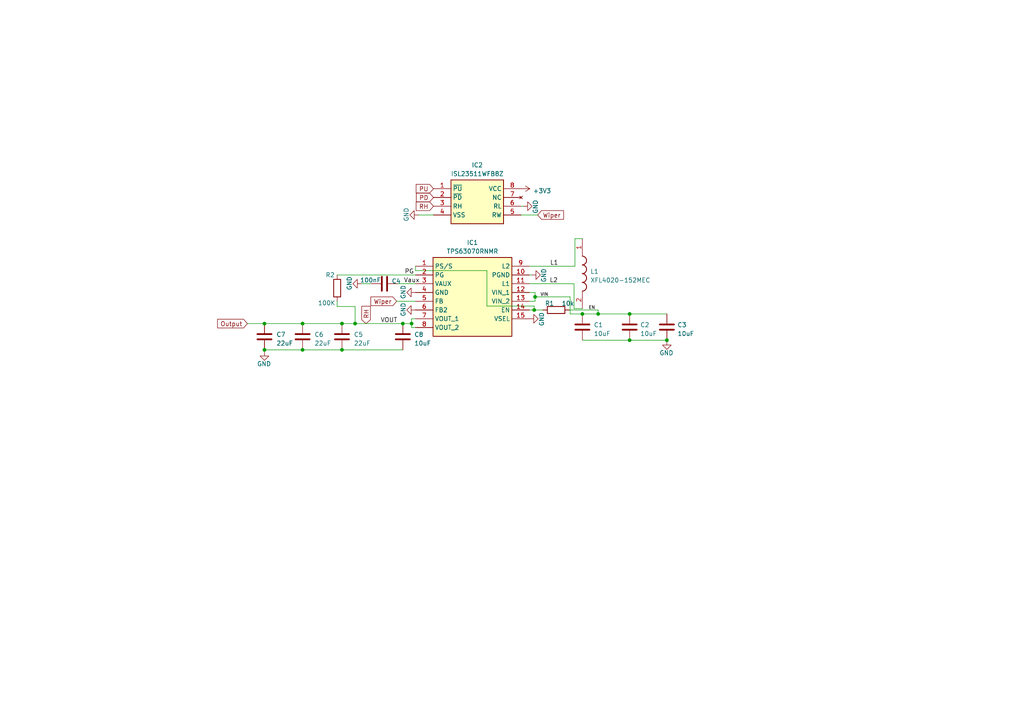
<source format=kicad_sch>
(kicad_sch (version 20230121) (generator eeschema)
  (paper "A4")
  (lib_symbols
    (symbol "Custom_eric:ISL23511WFB8Z"
      (property "Reference" "IC" (at 21.59 7.62 0))
      (property "Value" "ISL23511WFB8Z" (at 21.59 5.08 0))
      (symbol "ISL23511WFB8Z_1_1"
        (rectangle (start 5.08 2.54) (end 20.32 -10.16) (stroke (width 0.254)) (fill (type background)))
        (pin passive line (at 0 0 0) (length 5.08) (name "~{PU}") (number "1"))
        (pin passive line (at 0 -2.54 0) (length 5.08) (name "~{PD}") (number "2"))
        (pin passive line (at 0 -5.08 0) (length 5.08) (name "RH") (number "3"))
        (pin passive line (at 0 -7.62 0) (length 5.08) (name "VSS") (number "4"))
        (pin passive line (at 25.4 -7.62 180) (length 5.08) (name "RW") (number "5"))
        (pin passive line (at 25.4 -5.08 180) (length 5.08) (name "RL") (number "6"))
        (pin no_connect line (at 25.4 -2.54 180) (length 5.08) (name "NC") (number "7"))
        (pin passive line (at 25.4 0 180) (length 5.08) (name "VCC") (number "8"))
      )
    )
    (symbol "Custom_eric:TPS63070RNMR"
      (property "Reference" "IC" (at 29.21 7.62 0))
      (property "Value" "TPS63070RNMR" (at 29.21 5.08 0))
      (symbol "TPS63070RNMR_1_1"
        (rectangle (start 5.08 2.54) (end 27.94 -20.32) (stroke (width 0.254)) (fill (type background)))
        (pin passive line (at 0 0 0) (length 5.08) (name "PS/S") (number "1"))
        (pin passive line (at 33.02 -2.54 180) (length 5.08) (name "PGND") (number "10"))
        (pin passive line (at 33.02 -5.08 180) (length 5.08) (name "L1") (number "11"))
        (pin passive line (at 33.02 -7.62 180) (length 5.08) (name "VIN_1") (number "12"))
        (pin passive line (at 33.02 -10.16 180) (length 5.08) (name "VIN_2") (number "13"))
        (pin passive line (at 33.02 -12.7 180) (length 5.08) (name "EN") (number "14"))
        (pin passive line (at 33.02 -15.24 180) (length 5.08) (name "VSEL") (number "15"))
        (pin passive line (at 0 -2.54 0) (length 5.08) (name "PG") (number "2"))
        (pin passive line (at 0 -5.08 0) (length 5.08) (name "VAUX") (number "3"))
        (pin passive line (at 0 -7.62 0) (length 5.08) (name "GND") (number "4"))
        (pin passive line (at 0 -10.16 0) (length 5.08) (name "FB") (number "5"))
        (pin passive line (at 0 -12.7 0) (length 5.08) (name "FB2") (number "6"))
        (pin passive line (at 0 -15.24 0) (length 5.08) (name "VOUT_1") (number "7"))
        (pin passive line (at 0 -17.78 0) (length 5.08) (name "VOUT_2") (number "8"))
        (pin passive line (at 33.02 0 180) (length 5.08) (name "L2") (number "9"))
      )
    )
    (symbol "Custom_eric:XFL4020-152MEC" (pin_names hide)
      (property "Reference" "L" (at 16.51 6.35 0))
      (property "Value" "XFL4020-152MEC" (at 16.51 3.81 0))
      (symbol "XFL4020-152MEC_1_1"
        (arc (start 7.62 0) (mid 6.35 1.219) (end 5.08 0) (stroke (width 0.254)))
        (arc (start 10.16 0) (mid 8.89 1.219) (end 7.62 0) (stroke (width 0.254)))
        (arc (start 12.7 0) (mid 11.43 1.219) (end 10.16 0) (stroke (width 0.254)))
        (arc (start 15.24 0) (mid 13.97 1.219) (end 12.7 0) (stroke (width 0.254)))
        (pin passive line (at 0 0 0) (length 5.08) (name "1") (number "1"))
        (pin passive line (at 20.32 0 180) (length 5.08) (name "2") (number "2"))
      )
    )
    (symbol "Device:C" (pin_numbers hide) (pin_names (offset 0.254))
      (property "Reference" "C" (at 0.635 2.54 0))
      (property "Value" "C" (at 0.635 -2.54 0))
      (symbol "C_0_1"
        (polyline (pts (xy -2.032 -0.762) (xy 2.032 -0.762)) (stroke (width 0.508)))
        (polyline (pts (xy -2.032 0.762) (xy 2.032 0.762)) (stroke (width 0.508)))
      )
      (symbol "C_1_1"
        (pin passive line (at 0 3.81 270) (length 2.794) (name "~") (number "1"))
        (pin passive line (at 0 -3.81 90) (length 2.794) (name "~") (number "2"))
      )
    )
    (symbol "Device:R" (pin_numbers hide) (pin_names (offset 0))
      (property "Reference" "R" (at 2.032 0 90))
      (property "Value" "R" (at 0 0 90))
      (symbol "R_0_1"
        (rectangle (start -1.016 -2.54) (end 1.016 2.54) (stroke (width 0.254)))
      )
      (symbol "R_1_1"
        (pin passive line (at 0 3.81 270) (length 1.27) (name "~") (number "1"))
        (pin passive line (at 0 -3.81 90) (length 1.27) (name "~") (number "2"))
      )
    )
    (symbol "power:+3V3" (power) (pin_names (offset 0))
      (property "Value" "+3V3" (at 0 3.556 0))
      (symbol "+3V3_0_1"
        (polyline (pts (xy -0.762 1.27) (xy 0 2.54)))
        (polyline (pts (xy 0 0) (xy 0 2.54)))
        (polyline (pts (xy 0 2.54) (xy 0.762 1.27)))
      )
      (symbol "+3V3_1_1"
        (pin power_in line (at 0 0 90) (length 0) hide (name "+3V3") (number "1"))
      )
    )
    (symbol "power:GND" (power) (pin_names (offset 0))
      (property "Value" "GND" (at 0 -3.81 0))
      (symbol "GND_0_1"
        (polyline (pts (xy 0 0) (xy 0 -1.27) (xy 1.27 -1.27) (xy 0 -2.54) (xy -1.27 -1.27) (xy 0 -1.27)))
      )
      (symbol "GND_1_1"
        (pin power_in line (at 0 0 270) (length 0) hide (name "GND") (number "1"))
      )
    )
  )
  (junction (at 193.421 98.679))
  (junction (at 102.997 93.853))
  (junction (at 168.91 91.059))
  (junction (at 182.626 98.679))
  (junction (at 76.708 101.473))
  (junction (at 173.482 91.059))
  (junction (at 99.187 101.473))
  (junction (at 116.84 93.853))
  (junction (at 87.757 101.473))
  (junction (at 182.626 91.059))
  (junction (at 119.38 93.853))
  (junction (at 87.757 93.853))
  (junction (at 155.194 86.106))
  (junction (at 154.94 89.916))
  (junction (at 76.708 93.853))
  (junction (at 99.187 93.853))
  (wire (pts (xy 165.354 91.059) (xy 168.91 91.059)))
  (wire (pts (xy 141.224 88.773) (xy 154.94 88.773)))
  (wire (pts (xy 115.316 82.296) (xy 120.523 82.296)))
  (wire (pts (xy 165.354 86.106) (xy 165.354 91.059)))
  (wire (pts (xy 141.224 78.486) (xy 141.224 88.773)))
  (wire (pts (xy 76.708 101.473) (xy 87.757 101.473)))
  (wire (pts (xy 76.708 101.981) (xy 76.708 101.473)))
  (wire (pts (xy 155.194 87.376) (xy 153.543 87.376)))
  (wire (pts (xy 97.79 87.376) (xy 97.79 88.9)))
  (wire (pts (xy 182.626 98.679) (xy 193.421 98.679)))
  (wire (pts (xy 154.178 79.756) (xy 153.543 79.756)))
  (wire (pts (xy 154.94 88.773) (xy 154.94 89.916)))
  (wire (pts (xy 153.543 89.916) (xy 154.94 89.916)))
  (wire (pts (xy 104.902 82.296) (xy 107.696 82.296)))
  (wire (pts (xy 119.38 92.456) (xy 119.38 93.853)))
  (wire (pts (xy 155.194 84.836) (xy 155.194 86.106)))
  (wire (pts (xy 166.497 89.535) (xy 166.497 82.296)))
  (wire (pts (xy 119.38 94.996) (xy 120.523 94.996)))
  (wire (pts (xy 165.1 89.916) (xy 173.482 89.916)))
  (wire (pts (xy 155.194 86.106) (xy 165.354 86.106)))
  (wire (pts (xy 166.751 77.216) (xy 166.751 69.215)))
  (wire (pts (xy 155.194 86.106) (xy 155.194 87.376)))
  (wire (pts (xy 76.708 93.853) (xy 87.757 93.853)))
  (wire (pts (xy 155.956 62.357) (xy 151.13 62.357)))
  (wire (pts (xy 120.523 79.756) (xy 97.79 79.756)))
  (wire (pts (xy 120.523 92.456) (xy 119.38 92.456)))
  (wire (pts (xy 153.543 84.836) (xy 155.194 84.836)))
  (wire (pts (xy 97.79 88.9) (xy 102.997 88.9)))
  (wire (pts (xy 116.84 93.853) (xy 119.38 93.853)))
  (wire (pts (xy 168.91 98.679) (xy 182.626 98.679)))
  (wire (pts (xy 173.482 91.059) (xy 182.626 91.059)))
  (wire (pts (xy 121.412 62.357) (xy 125.73 62.357)))
  (wire (pts (xy 99.187 101.473) (xy 116.84 101.473)))
  (wire (pts (xy 115.062 87.376) (xy 120.523 87.376)))
  (wire (pts (xy 153.543 77.216) (xy 166.751 77.216)))
  (wire (pts (xy 120.523 77.216) (xy 120.523 78.486)))
  (wire (pts (xy 153.543 82.296) (xy 166.497 82.296)))
  (wire (pts (xy 168.91 91.059) (xy 173.482 91.059)))
  (wire (pts (xy 102.997 93.853) (xy 116.84 93.853)))
  (wire (pts (xy 76.708 93.853) (xy 71.755 93.853)))
  (wire (pts (xy 193.421 98.806) (xy 193.421 98.679)))
  (wire (pts (xy 120.523 78.486) (xy 141.224 78.486)))
  (wire (pts (xy 87.757 101.473) (xy 99.187 101.473)))
  (wire (pts (xy 102.997 88.9) (xy 102.997 93.853)))
  (wire (pts (xy 166.497 89.535) (xy 168.91 89.535)))
  (wire (pts (xy 119.38 93.853) (xy 119.38 94.996)))
  (wire (pts (xy 151.765 59.817) (xy 151.13 59.817)))
  (wire (pts (xy 173.482 89.916) (xy 173.482 91.059)))
  (wire (pts (xy 99.187 93.853) (xy 102.997 93.853)))
  (wire (pts (xy 154.94 89.916) (xy 157.48 89.916)))
  (wire (pts (xy 87.757 93.853) (xy 99.187 93.853)))
  (wire (pts (xy 166.751 69.215) (xy 168.91 69.215)))
  (wire (pts (xy 182.626 91.059) (xy 193.421 91.059)))
  (label "PG" (at 117.348 79.756 0))
  (label "L2" (at 159.385 82.296 0))
  (label "VOUT" (at 110.363 93.853 0))
  (label "EN" (at 170.688 89.916 0) (effects (font (size 0.9 0.9))))
  (label "L1" (at 159.512 77.216 0))
  (label "Vaux" (at 117.094 82.296 0))
  (label "VIN" (at 156.718 86.106 0) (effects (font (size 0.9 0.9))))
  (global_label "RH" (shape input) (at 125.73 59.817 180) (property "Intersheetrefs" "${INTERSHEET_REFS}" (effects hide)))
  (global_label "Wiper" (shape input) (at 155.956 62.357 0) (property "Intersheetrefs" "${INTERSHEET_REFS}" (effects hide)))
  (global_label "RH" (shape input) (at 106.172 93.853 90) (property "Intersheetrefs" "${INTERSHEET_REFS}" (effects hide)))
  (global_label "PU" (shape input) (at 125.73 54.737 180) (property "Intersheetrefs" "${INTERSHEET_REFS}" (effects hide)))
  (global_label "Wiper" (shape input) (at 115.062 87.376 180) (property "Intersheetrefs" "${INTERSHEET_REFS}" (effects hide)))
  (global_label "Output" (shape input) (at 71.755 93.853 180) (property "Intersheetrefs" "${INTERSHEET_REFS}" (effects hide)))
  (global_label "PD" (shape input) (at 125.73 57.277 180) (property "Intersheetrefs" "${INTERSHEET_REFS}" (effects hide)))
  (symbol (lib_id "power:GND") (at 76.708 101.981 0) (unit 1)
    (property "Reference" "#PWR07" (effects hide))
    (property "Value" "GND" (at 76.581 105.537 0))
    (instances (project "Power_Supply" (path "" (reference "#PWR07") (unit 1)) (path "" (reference "#PWR01") (unit 1))))
  )
  (symbol (lib_id "Device:R") (at 97.79 83.566 180) (unit 1)
    (property "Reference" "R2" (at 95.758 79.756 0))
    (property "Value" "100K" (at 94.742 87.884 0))
    (property "Footprint" "Resistor_SMD:R_1206_3216Metric_Pad1.30x1.75mm_HandSolder" (effects hide))
    (instances (project "Power_Supply" (path "" (reference "R2") (unit 1)) (path "" (reference "R1") (unit 1))))
  )
  (symbol (lib_id "Device:R") (at 161.29 89.916 90) (unit 1)
    (property "Reference" "R1" (at 159.385 88.011 90))
    (property "Value" "10k" (at 164.719 88.011 90))
    (instances (project "Power_Supply" (path "" (reference "R1") (unit 1)) (path "" (reference "R2") (unit 1))))
  )
  (symbol (lib_id "Custom_eric:TPS63070RNMR") (at 120.523 77.216 0) (unit 1)
    (property "Reference" "IC1" (at 137.033 70.358 0))
    (property "Value" "TPS63070RNMR" (at 137.033 72.898 0))
    (property "Footprint" "TPS630701RNMR" (effects hide))
    (property "Datasheet" "http://www.ti.com/lit/gpn/tps63070" (effects hide))
    (property "Mouser Part Number" "595-TPS63070RNMR" (effects hide))
    (property "Mouser Price/Stock" "https://www.mouser.co.uk/ProductDetail/Texas-Instruments/TPS63070RNMR?qs=LuYMPh7GGMS51GHntBDRnQ%3D%3D" (effects hide))
    (property "Manufacturer_Name" "Texas Instruments" (effects hide))
    (property "Manufacturer_Part_Number" "TPS63070RNMR" (effects hide))
  )
  (symbol (lib_id "Device:C") (at 168.91 94.869 0) (unit 1)
    (property "Reference" "C1" (at 172.212 94.234 0) (effects (justify left)))
    (property "Value" "10uF" (at 172.212 96.774 0) (effects (justify left)))
    (property "Footprint" "Capacitor_SMD:C_0603_1608Metric_Pad1.08x0.95mm_HandSolder" (effects hide))
    (instances (project "Power_Supply" (path "" (reference "C1") (unit 1)) (path "" (reference "C6") (unit 1))))
  )
  (symbol (lib_id "Device:C") (at 99.187 97.663 0) (unit 1)
    (property "Reference" "C5" (at 102.616 97.028 0) (effects (justify left)))
    (property "Value" "22uF" (at 102.616 99.568 0) (effects (justify left)))
    (property "Footprint" "Capacitor_SMD:C_0805_2012Metric_Pad1.18x1.45mm_HandSolder" (effects hide))
    (instances (project "Power_Supply" (path "" (reference "C5") (unit 1)) (path "" (reference "C3") (unit 1))))
  )
  (symbol (lib_id "power:GND") (at 104.902 82.296 270) (unit 1)
    (property "Reference" "#PWR03" (effects hide))
    (property "Value" "GND" (at 101.346 82.169 0))
    (instances (project "Power_Supply" (path "" (reference "#PWR03") (unit 1)) (path "" (reference "#PWR02") (unit 1))))
  )
  (symbol (lib_id "Device:C") (at 116.84 97.663 0) (unit 1)
    (property "Reference" "C8" (at 120.142 97.028 0) (effects (justify left)))
    (property "Value" "10uF" (at 120.142 99.568 0) (effects (justify left)))
    (property "Footprint" "Capacitor_SMD:C_0603_1608Metric_Pad1.08x0.95mm_HandSolder" (effects hide))
    (instances (project "Power_Supply" (path "" (reference "C8") (unit 1)) (path "" (reference "C5") (unit 1))))
  )
  (symbol (lib_id "Custom_eric:ISL23511WFB8Z") (at 125.73 54.737 0) (unit 1)
    (property "Reference" "IC2" (at 138.43 47.879 0))
    (property "Value" "ISL23511WFB8Z" (at 138.43 50.419 0))
    (property "Footprint" "SOIC127P600X175-8N" (effects hide))
    (property "Datasheet" "https://www.renesas.com/en-us/www/doc/datasheet/isl23511.pdf" (effects hide))
    (property "Height" "1.75" (effects hide))
    (property "Mouser Part Number" "968-ISL23511WFB8Z" (effects hide))
    (property "Mouser Price/Stock" "https://www.mouser.co.uk/ProductDetail/Renesas-Intersil/ISL23511WFB8Z?qs=9fLuogzTs8KmkOr0qijwpw%3D%3D" (effects hide))
    (property "Manufacturer_Name" "Renesas Electronics" (effects hide))
    (property "Manufacturer_Part_Number" "ISL23511WFB8Z" (effects hide))
  )
  (symbol (lib_id "Device:C") (at 193.421 94.869 0) (unit 1)
    (property "Reference" "C3" (at 196.469 94.234 0) (effects (justify left)))
    (property "Value" "10uF" (at 196.469 96.774 0) (effects (justify left)))
    (property "Footprint" "Capacitor_SMD:C_0805_2012Metric_Pad1.18x1.45mm_HandSolder" (effects hide))
    (instances (project "Power_Supply" (path "" (reference "C3") (unit 1)) (path "" (reference "C8") (unit 1))))
  )
  (symbol (lib_id "power:GND") (at 121.412 62.357 270) (unit 1)
    (property "Reference" "#PWR010" (effects hide))
    (property "Value" "GND" (at 117.856 62.23 0))
    (instances (project "Power_Supply" (path "" (reference "#PWR010") (unit 1)) (path "" (reference "#PWR05") (unit 1))))
  )
  (symbol (lib_id "power:GND") (at 154.178 79.756 90) (unit 1)
    (property "Reference" "#PWR02" (effects hide))
    (property "Value" "GND" (at 157.734 79.883 0))
    (instances (project "Power_Supply" (path "" (reference "#PWR02") (unit 1)) (path "" (reference "#PWR09") (unit 1))))
  )
  (symbol (lib_id "power:+3V3") (at 151.13 54.737 270) (unit 1)
    (property "Reference" "#PWR09" (effects hide))
    (property "Value" "+3V3" (at 154.559 55.372 90) (effects (justify left)))
    (instances (project "Power_Supply" (path "" (reference "#PWR09") (unit 1)) (path "" (reference "#PWR06") (unit 1))))
  )
  (symbol (lib_id "power:GND") (at 120.523 89.916 270) (unit 1)
    (property "Reference" "#PWR06" (effects hide))
    (property "Value" "GND" (at 116.967 89.789 0))
    (instances (project "Power_Supply" (path "" (reference "#PWR06") (unit 1)) (path "" (reference "#PWR04") (unit 1))))
  )
  (symbol (lib_id "Device:C") (at 182.626 94.869 0) (unit 1)
    (property "Reference" "C2" (at 185.674 94.234 0) (effects (justify left)))
    (property "Value" "10uF" (at 185.674 96.774 0) (effects (justify left)))
    (property "Footprint" "Capacitor_SMD:C_0805_2012Metric_Pad1.18x1.45mm_HandSolder" (effects hide))
    (instances (project "Power_Supply" (path "" (reference "C2") (unit 1)) (path "" (reference "C7") (unit 1))))
  )
  (symbol (lib_id "Device:C") (at 76.708 97.663 0) (unit 1)
    (property "Reference" "C7" (at 80.137 97.028 0) (effects (justify left)))
    (property "Value" "22uF" (at 80.137 99.568 0) (effects (justify left)))
    (property "Footprint" "Capacitor_SMD:C_0805_2012Metric_Pad1.18x1.45mm_HandSolder" (effects hide))
    (instances (project "Power_Supply" (path "" (reference "C7") (unit 1)) (path "" (reference "C1") (unit 1))))
  )
  (symbol (lib_id "power:GND") (at 151.765 59.817 90) (unit 1)
    (property "Reference" "#PWR08" (effects hide))
    (property "Value" "GND" (at 155.321 59.944 0))
    (instances (project "Power_Supply" (path "" (reference "#PWR08") (unit 1)) (path "" (reference "#PWR07") (unit 1))))
  )
  (symbol (lib_id "power:GND") (at 153.543 92.456 90) (unit 1)
    (property "Reference" "#PWR04" (effects hide))
    (property "Value" "GND" (at 157.099 92.583 0))
    (instances (project "Power_Supply" (path "" (reference "#PWR04") (unit 1)) (path "" (reference "#PWR08") (unit 1))))
  )
  (symbol (lib_id "Device:C") (at 111.506 82.296 90) (unit 1)
    (property "Reference" "C4" (at 114.935 81.534 90))
    (property "Value" "100nF" (at 107.442 81.28 90))
    (property "Footprint" "Capacitor_SMD:C_0402_1005Metric_Pad0.74x0.62mm_HandSolder" (effects hide))
  )
  (symbol (lib_id "power:GND") (at 193.421 98.806 0) (unit 1)
    (property "Reference" "#PWR01" (effects hide))
    (property "Value" "GND" (at 193.294 102.362 0))
    (instances (project "Power_Supply" (path "" (reference "#PWR01") (unit 1)) (path "" (reference "#PWR010") (unit 1))))
  )
  (symbol (lib_id "Custom_eric:XFL4020-152MEC") (at 168.91 69.215 270) (unit 1)
    (property "Reference" "L1" (at 171.196 78.74 90) (effects (justify left)))
    (property "Value" "XFL4020-152MEC" (at 171.196 81.28 90) (effects (justify left)))
    (property "Footprint" "XFL4020152MEC" (effects hide))
    (property "Datasheet" "https://www.coilcraft.com/getmedia/50632d43-da1b-4cdb-8ab4-3029cab51df3/xfl4020.pdf" (effects hide))
    (property "Height" "2.1" (effects hide))
    (property "Mouser Part Number" "994-XFL4020-152MEC" (effects hide))
    (property "Mouser Price/Stock" "https://www.mouser.co.uk/ProductDetail/Coilcraft/XFL4020-152MEC?qs=zCSbvcPd3pak5QYA2uujRA%3D%3D" (effects hide))
    (property "Manufacturer_Name" "COILCRAFT" (effects hide))
    (property "Manufacturer_Part_Number" "XFL4020-152MEC" (effects hide))
  )
  (symbol (lib_id "power:GND") (at 120.523 84.836 270) (unit 1)
    (property "Reference" "#PWR05" (effects hide))
    (property "Value" "GND" (at 116.967 84.709 0))
    (instances (project "Power_Supply" (path "" (reference "#PWR05") (unit 1)) (path "" (reference "#PWR03") (unit 1))))
  )
  (symbol (lib_id "Device:C") (at 87.757 97.663 0) (unit 1)
    (property "Reference" "C6" (at 91.186 97.028 0) (effects (justify left)))
    (property "Value" "22uF" (at 91.186 99.568 0) (effects (justify left)))
    (property "Footprint" "Capacitor_SMD:C_0805_2012Metric_Pad1.18x1.45mm_HandSolder" (effects hide))
    (instances (project "Power_Supply" (path "" (reference "C6") (unit 1)) (path "" (reference "C2") (unit 1))))
  )
)
</source>
